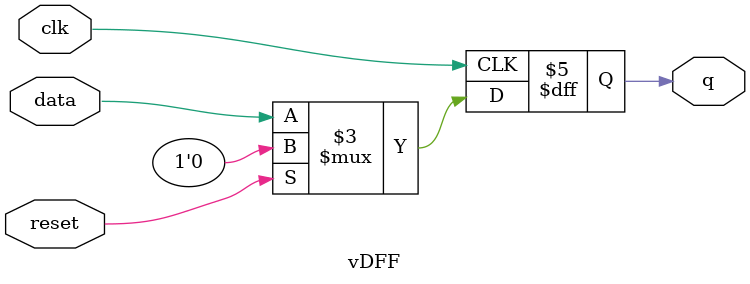
<source format=sv>
module vDFF(
input logic data,
input logic clk,
input logic reset,
output logic q
);

always_ff @(posedge clk)
 if (reset) begin
	q <= 1'b0;
 end
 else begin
	q <= data;
 end
 
endmodule
</source>
